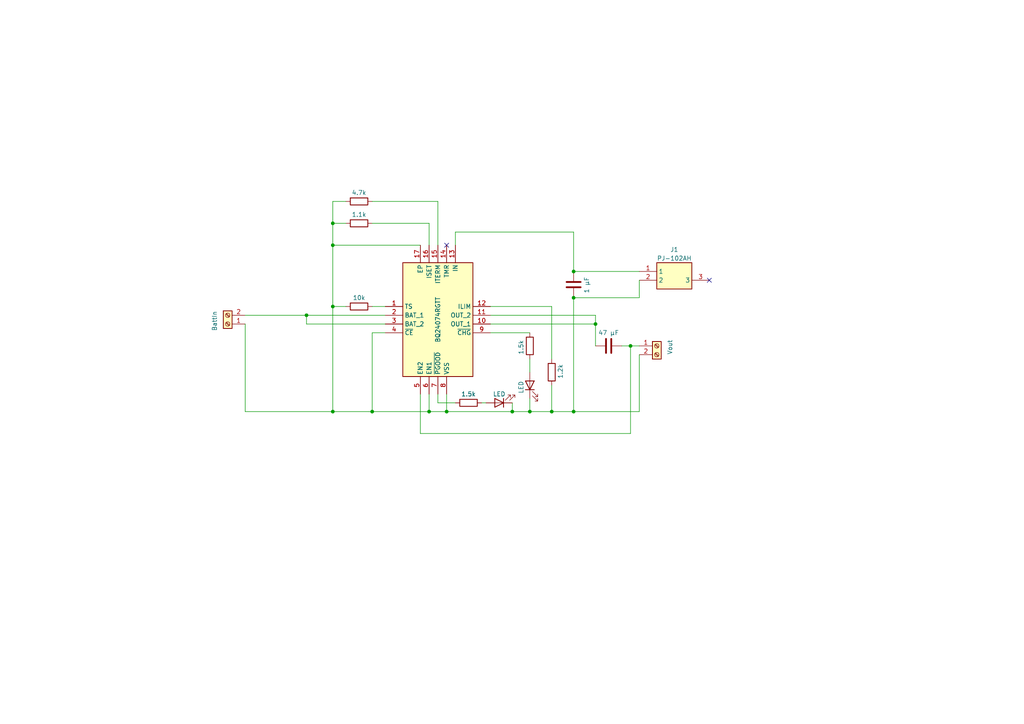
<source format=kicad_sch>
(kicad_sch (version 20230121) (generator eeschema)
  (paper "A4")
  (title_block (title "BQ24074 Solar Charger") (date "2024-01-05") (rev "2") (company "AU/AUD"))
  (lib_symbols
    (symbol "Connector:Screw_Terminal_01x02" (pin_names (offset 1.016) hide)
      (property "Reference" "J" (at 0 2.54 0))
      (property "Value" "Screw_Terminal_01x02" (at 0 -5.08 0))
      (symbol "Screw_Terminal_01x02_1_1"
        (rectangle (start -1.27 1.27) (end 1.27 -3.81) (stroke (width 0.254)) (fill (type background)))
        (circle (center 0 -2.54) (radius 0.635) (stroke (width 0.1524)))
        (polyline (pts (xy -0.5334 -2.2098) (xy 0.3302 -3.048)) (stroke (width 0.1524)))
        (polyline (pts (xy -0.5334 0.3302) (xy 0.3302 -0.508)) (stroke (width 0.1524)))
        (polyline (pts (xy -0.3556 -2.032) (xy 0.508 -2.8702)) (stroke (width 0.1524)))
        (polyline (pts (xy -0.3556 0.508) (xy 0.508 -0.3302)) (stroke (width 0.1524)))
        (circle (center 0 0) (radius 0.635) (stroke (width 0.1524)))
        (pin passive line (at -5.08 0 0) (length 3.81) (name "Pin_1") (number "1"))
        (pin passive line (at -5.08 -2.54 0) (length 3.81) (name "Pin_2") (number "2"))
      )
    )
    (symbol "Device:C" (pin_numbers hide) (pin_names (offset 0.254))
      (property "Reference" "C" (at 0.635 2.54 0))
      (property "Value" "C" (at 0.635 -2.54 0))
      (symbol "C_0_1"
        (polyline (pts (xy -2.032 -0.762) (xy 2.032 -0.762)) (stroke (width 0.508)))
        (polyline (pts (xy -2.032 0.762) (xy 2.032 0.762)) (stroke (width 0.508)))
      )
      (symbol "C_1_1"
        (pin passive line (at 0 3.81 270) (length 2.794) (name "~") (number "1"))
        (pin passive line (at 0 -3.81 90) (length 2.794) (name "~") (number "2"))
      )
    )
    (symbol "Device:LED" (pin_numbers hide) (pin_names (offset 1.016) hide)
      (property "Reference" "D" (at 0 2.54 0))
      (property "Value" "LED" (at 0 -2.54 0))
      (symbol "LED_0_1"
        (polyline (pts (xy -1.27 -1.27) (xy -1.27 1.27)) (stroke (width 0.254)))
        (polyline (pts (xy -1.27 0) (xy 1.27 0)))
        (polyline (pts (xy 1.27 -1.27) (xy 1.27 1.27) (xy -1.27 0) (xy 1.27 -1.27)) (stroke (width 0.254)))
        (polyline (pts (xy -3.048 -0.762) (xy -4.572 -2.286) (xy -3.81 -2.286) (xy -4.572 -2.286) (xy -4.572 -1.524)))
        (polyline (pts (xy -1.778 -0.762) (xy -3.302 -2.286) (xy -2.54 -2.286) (xy -3.302 -2.286) (xy -3.302 -1.524)))
      )
      (symbol "LED_1_1"
        (pin passive line (at -3.81 0 0) (length 2.54) (name "K") (number "1"))
        (pin passive line (at 3.81 0 180) (length 2.54) (name "A") (number "2"))
      )
    )
    (symbol "Device:R" (pin_numbers hide) (pin_names (offset 0))
      (property "Reference" "R" (at 2.032 0 90))
      (property "Value" "R" (at 0 0 90))
      (symbol "R_0_1"
        (rectangle (start -1.016 -2.54) (end 1.016 2.54) (stroke (width 0.254)))
      )
      (symbol "R_1_1"
        (pin passive line (at 0 3.81 270) (length 1.27) (name "~") (number "1"))
        (pin passive line (at 0 -3.81 90) (length 1.27) (name "~") (number "2"))
      )
    )
    (symbol "Project:BQ24074RGTT"
      (property "Reference" "IC" (at 26.67 17.78 0))
      (property "Value" "BQ24074RGTT" (at 26.67 15.24 0))
      (symbol "BQ24074RGTT_1_1"
        (rectangle (start 5.08 12.7) (end 25.4 -20.32) (stroke (width 0.254)) (fill (type background)))
        (pin passive line (at 0 0 0) (length 5.08) (name "TS") (number "1"))
        (pin passive line (at 30.48 -5.08 180) (length 5.08) (name "OUT_1") (number "10"))
        (pin passive line (at 30.48 -2.54 180) (length 5.08) (name "OUT_2") (number "11"))
        (pin passive line (at 30.48 0 180) (length 5.08) (name "ILIM") (number "12"))
        (pin passive line (at 20.32 17.78 270) (length 5.08) (name "IN") (number "13"))
        (pin passive line (at 17.78 17.78 270) (length 5.08) (name "TMR") (number "14"))
        (pin passive line (at 15.24 17.78 270) (length 5.08) (name "ITERM") (number "15"))
        (pin passive line (at 12.7 17.78 270) (length 5.08) (name "ISET") (number "16"))
        (pin passive line (at 10.16 17.78 270) (length 5.08) (name "EP") (number "17"))
        (pin passive line (at 0 -2.54 0) (length 5.08) (name "BAT_1") (number "2"))
        (pin passive line (at 0 -5.08 0) (length 5.08) (name "BAT_2") (number "3"))
        (pin passive line (at 0 -7.62 0) (length 5.08) (name "~{CE}") (number "4"))
        (pin passive line (at 10.16 -25.4 90) (length 5.08) (name "EN2") (number "5"))
        (pin passive line (at 12.7 -25.4 90) (length 5.08) (name "EN1") (number "6"))
        (pin passive line (at 15.24 -25.4 90) (length 5.08) (name "~{PGOOD}") (number "7"))
        (pin passive line (at 17.78 -25.4 90) (length 5.08) (name "VSS") (number "8"))
        (pin passive line (at 30.48 -7.62 180) (length 5.08) (name "~{CHG}") (number "9"))
      )
    )
    (symbol "Project:PJ-102AH"
      (property "Reference" "J" (at 16.51 7.62 0))
      (property "Value" "PJ-102AH" (at 16.51 5.08 0))
      (symbol "PJ-102AH_1_1"
        (rectangle (start 5.08 2.54) (end 15.24 -5.08) (stroke (width 0.254)) (fill (type background)))
        (pin passive line (at 20.32 -2.54 180) (length 5.08) (name "1") (number "1"))
        (pin passive line (at 20.32 0 180) (length 5.08) (name "2") (number "2"))
        (pin passive line (at 0 0 0) (length 5.08) (name "3") (number "3"))
      )
    )
  )
  (junction (at 166.37 119.38))
  (junction (at 160.02 119.38))
  (junction (at 96.52 88.9))
  (junction (at 182.88 100.33))
  (junction (at 96.52 64.77))
  (junction (at 129.54 119.38))
  (junction (at 172.72 93.98))
  (junction (at 153.67 119.38))
  (junction (at 88.9 91.44))
  (junction (at 166.37 78.74))
  (junction (at 96.52 119.38))
  (junction (at 124.46 119.38))
  (junction (at 166.37 86.36))
  (junction (at 96.52 71.12))
  (junction (at 148.59 119.38))
  (junction (at 107.95 119.38))
  (no_connect (at 205.74 81.28))
  (no_connect (at 129.54 71.12))
  (wire (pts (xy 100.33 88.9) (xy 96.52 88.9)))
  (wire (pts (xy 111.76 93.98) (xy 88.9 93.98)))
  (wire (pts (xy 71.12 91.44) (xy 88.9 91.44)))
  (wire (pts (xy 88.9 93.98) (xy 88.9 91.44)))
  (wire (pts (xy 142.24 93.98) (xy 172.72 93.98)))
  (wire (pts (xy 96.52 64.77) (xy 96.52 71.12)))
  (wire (pts (xy 139.7 116.84) (xy 140.97 116.84)))
  (wire (pts (xy 107.95 96.52) (xy 107.95 119.38)))
  (wire (pts (xy 100.33 64.77) (xy 96.52 64.77)))
  (wire (pts (xy 121.92 71.12) (xy 96.52 71.12)))
  (wire (pts (xy 71.12 93.98) (xy 71.12 119.38)))
  (wire (pts (xy 124.46 64.77) (xy 107.95 64.77)))
  (wire (pts (xy 142.24 88.9) (xy 160.02 88.9)))
  (wire (pts (xy 127 58.42) (xy 127 71.12)))
  (wire (pts (xy 111.76 96.52) (xy 107.95 96.52)))
  (wire (pts (xy 148.59 119.38) (xy 153.67 119.38)))
  (wire (pts (xy 153.67 119.38) (xy 160.02 119.38)))
  (wire (pts (xy 100.33 58.42) (xy 96.52 58.42)))
  (wire (pts (xy 124.46 114.3) (xy 124.46 119.38)))
  (wire (pts (xy 153.67 115.57) (xy 153.67 119.38)))
  (wire (pts (xy 96.52 88.9) (xy 96.52 119.38)))
  (wire (pts (xy 166.37 86.36) (xy 185.42 86.36)))
  (wire (pts (xy 166.37 67.31) (xy 132.08 67.31)))
  (wire (pts (xy 172.72 91.44) (xy 172.72 93.98)))
  (wire (pts (xy 185.42 86.36) (xy 185.42 81.28)))
  (wire (pts (xy 96.52 119.38) (xy 107.95 119.38)))
  (wire (pts (xy 166.37 78.74) (xy 166.37 67.31)))
  (wire (pts (xy 127 116.84) (xy 132.08 116.84)))
  (wire (pts (xy 96.52 58.42) (xy 96.52 64.77)))
  (wire (pts (xy 124.46 71.12) (xy 124.46 64.77)))
  (wire (pts (xy 129.54 119.38) (xy 148.59 119.38)))
  (wire (pts (xy 153.67 104.14) (xy 153.67 107.95)))
  (wire (pts (xy 71.12 119.38) (xy 96.52 119.38)))
  (wire (pts (xy 142.24 96.52) (xy 153.67 96.52)))
  (wire (pts (xy 182.88 125.73) (xy 182.88 100.33)))
  (wire (pts (xy 96.52 71.12) (xy 96.52 88.9)))
  (wire (pts (xy 107.95 58.42) (xy 127 58.42)))
  (wire (pts (xy 185.42 78.74) (xy 166.37 78.74)))
  (wire (pts (xy 132.08 67.31) (xy 132.08 71.12)))
  (wire (pts (xy 185.42 100.33) (xy 182.88 100.33)))
  (wire (pts (xy 121.92 125.73) (xy 182.88 125.73)))
  (wire (pts (xy 142.24 91.44) (xy 172.72 91.44)))
  (wire (pts (xy 182.88 100.33) (xy 180.34 100.33)))
  (wire (pts (xy 160.02 119.38) (xy 166.37 119.38)))
  (wire (pts (xy 185.42 102.87) (xy 185.42 119.38)))
  (wire (pts (xy 121.92 114.3) (xy 121.92 125.73)))
  (wire (pts (xy 160.02 111.76) (xy 160.02 119.38)))
  (wire (pts (xy 148.59 116.84) (xy 148.59 119.38)))
  (wire (pts (xy 124.46 119.38) (xy 129.54 119.38)))
  (wire (pts (xy 172.72 93.98) (xy 172.72 100.33)))
  (wire (pts (xy 107.95 119.38) (xy 124.46 119.38)))
  (wire (pts (xy 166.37 86.36) (xy 166.37 119.38)))
  (wire (pts (xy 166.37 119.38) (xy 185.42 119.38)))
  (wire (pts (xy 160.02 104.14) (xy 160.02 88.9)))
  (wire (pts (xy 111.76 88.9) (xy 107.95 88.9)))
  (wire (pts (xy 88.9 91.44) (xy 111.76 91.44)))
  (wire (pts (xy 127 114.3) (xy 127 116.84)))
  (wire (pts (xy 129.54 119.38) (xy 129.54 114.3)))
  (symbol (lib_id "Device:R") (at 160.02 107.95 0) (unit 1)
    (property "Reference" "R4" (effects hide))
    (property "Value" "1.2k" (at 162.56 109.855 90) (effects (justify left)))
    (property "Footprint" "Resistor_SMD:R_0402_1005Metric" (effects hide))
  )
  (symbol (lib_id "Device:R") (at 104.14 58.42 90) (unit 1)
    (property "Reference" "R3" (effects hide))
    (property "Value" "4.7k" (at 104.14 55.88 90))
    (property "Footprint" "Resistor_SMD:R_0402_1005Metric" (effects hide))
  )
  (symbol (lib_id "Device:C") (at 166.37 82.55 0) (unit 1)
    (property "Reference" "C1" (effects hide))
    (property "Value" "1 µF" (at 170.18 85.09 90) (effects (justify left)))
    (property "Footprint" "Capacitor_SMD:C_0402_1005Metric" (effects hide))
  )
  (symbol (lib_id "Device:R") (at 104.14 64.77 270) (unit 1)
    (property "Reference" "R2" (effects hide))
    (property "Value" "1.1k" (at 104.14 62.23 90))
    (property "Footprint" "Resistor_SMD:R_0402_1005Metric" (effects hide))
  )
  (symbol (lib_id "Device:C") (at 176.53 100.33 90) (unit 1)
    (property "Reference" "C2" (effects hide))
    (property "Value" "47 µF" (at 176.53 96.52 90))
    (property "Footprint" "Capacitor_SMD:C_0402_1005Metric" (effects hide))
  )
  (symbol (lib_id "Device:R") (at 153.67 100.33 0) (unit 1)
    (property "Reference" "R5" (effects hide))
    (property "Value" "1.5k" (at 151.13 102.87 90) (effects (justify left)))
    (property "Footprint" "Resistor_SMD:R_0402_1005Metric" (effects hide))
  )
  (symbol (lib_id "Project:BQ24074RGTT") (at 111.76 88.9 0) (unit 1)
    (property "Reference" "IC1" (effects hide))
    (property "Value" "BQ24074RGTT" (at 127 92.71 90))
    (property "Footprint" "ProjectLib:QFN50P300X300X100-17N-D" (effects hide))
    (property "Datasheet" "http://www.ti.com/lit/gpn/bq24074" (effects hide))
    (property "Height" "1" (effects hide))
    (property "Mouser Part Number" "595-BQ24074RGTT" (effects hide))
    (property "Mouser Price/Stock" "https://www.mouser.co.uk/ProductDetail/Texas-Instruments/BQ24074RGTT?qs=ZV%2Fxhq4oszp0gb4MsbpFYw%3D%3D" (effects hide))
    (property "Manufacturer_Name" "Texas Instruments" (effects hide))
    (property "Manufacturer_Part_Number" "BQ24074RGTT" (effects hide))
  )
  (symbol (lib_id "Device:LED") (at 144.78 116.84 180) (unit 1)
    (property "Reference" "D2" (effects hide))
    (property "Value" "LED" (at 144.78 114.3 0))
    (property "Footprint" "ProjectLib:LEDC2012X120N" (effects hide))
  )
  (symbol (lib_id "Connector:Screw_Terminal_01x02") (at 66.04 93.98 180) (unit 1)
    (property "Reference" "J2" (effects hide))
    (property "Value" "BattIn" (at 62.23 90.17 90) (effects (justify left)))
    (property "Footprint" "Connector_JST:JST_PH_S2B-PH-SM4-TB_1x02-1MP_P2.00mm_Horizontal" (effects hide))
  )
  (symbol (lib_id "Connector:Screw_Terminal_01x02") (at 190.5 100.33 0) (unit 1)
    (property "Reference" "J3" (effects hide))
    (property "Value" "Vout" (at 194.31 102.87 90) (effects (justify left)))
    (property "Footprint" "Connector_JST:JST_PH_S2B-PH-SM4-TB_1x02-1MP_P2.00mm_Horizontal" (effects hide))
  )
  (symbol (lib_id "Device:LED") (at 153.67 111.76 90) (unit 1)
    (property "Reference" "D1" (effects hide))
    (property "Value" "LED" (at 151.13 110.49 0) (effects (justify right)))
    (property "Footprint" "ProjectLib:LEDC2012X120N" (effects hide))
  )
  (symbol (lib_id "Device:R") (at 135.89 116.84 90) (unit 1)
    (property "Reference" "R6" (effects hide))
    (property "Value" "1.5k" (at 135.89 114.3 90))
    (property "Footprint" "Resistor_SMD:R_0402_1005Metric" (effects hide))
  )
  (symbol (lib_id "Project:PJ-102AH") (at 205.74 81.28 180) (unit 1)
    (property "Reference" "J1" (at 195.58 72.39 0))
    (property "Value" "PJ-102AH" (at 195.58 74.93 0))
    (property "Footprint" "ProjectLib:PJ-102AH" (effects hide))
    (property "Datasheet" "http://www.cui.com/product/resource/digikeypdf/pj-102ah.pdf" (effects hide))
    (property "Mouser Part Number" "490-PJ-102AH" (effects hide))
    (property "Mouser Price/Stock" "https://www.mouser.co.uk/ProductDetail/CUI-Devices/PJ-102AH?qs=WyjlAZoYn50Yq4CrVLCXLw%3D%3D" (effects hide))
    (property "Manufacturer_Name" "CUI Devices" (effects hide))
    (property "Manufacturer_Part_Number" "PJ-102AH" (effects hide))
  )
  (symbol (lib_id "Device:R") (at 104.14 88.9 90) (unit 1)
    (property "Reference" "R1" (effects hide))
    (property "Value" "10k" (at 104.14 86.36 90))
    (property "Footprint" "Resistor_SMD:R_0402_1005Metric" (effects hide))
  )
)
</source>
